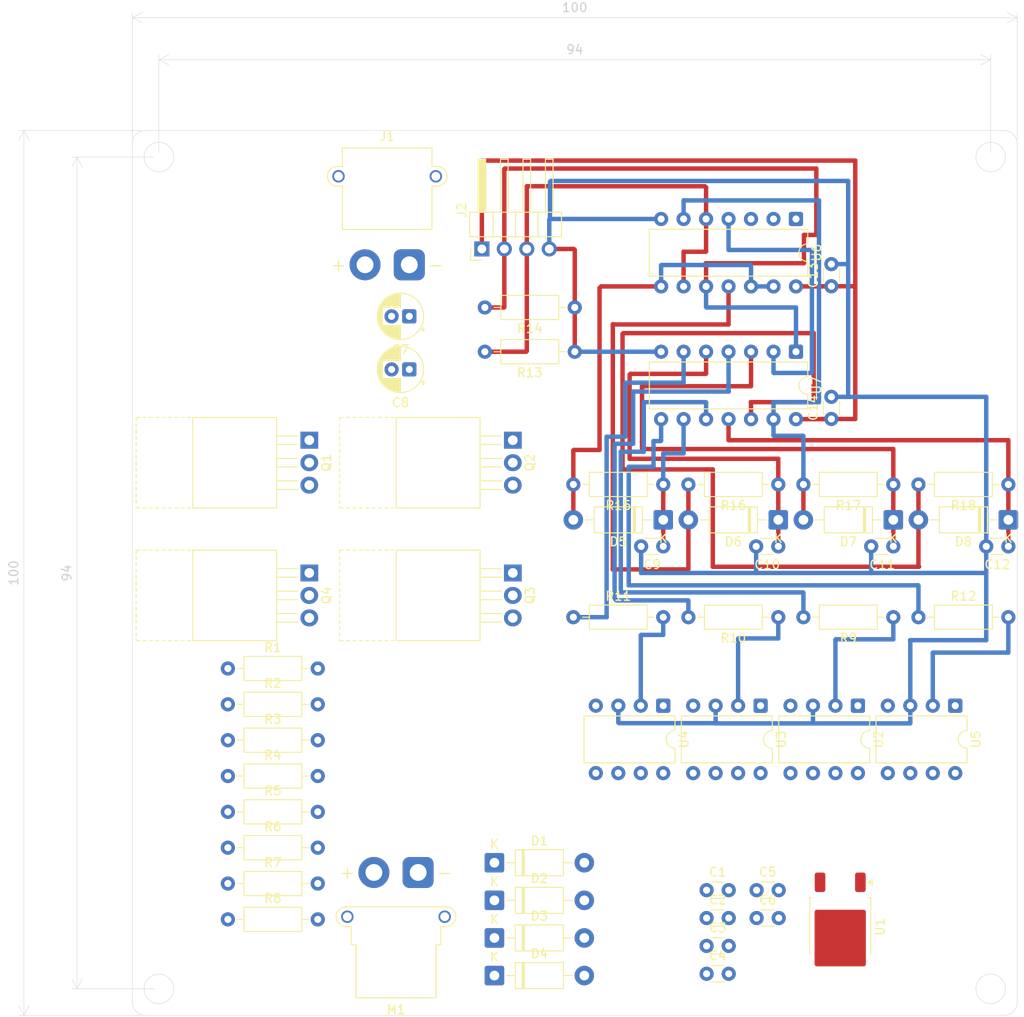
<source format=kicad_pcb>
(kicad_pcb (version 20241229) (generator "pcbnew") (generator_version "9.0")
  (layers (0 "F.Cu" signal) (2 "B.Cu" signal) (13 "F.Paste" user) (15 "B.Paste" user) (5 "F.SilkS" user "F.Silkscreen") (7 "B.SilkS" user "B.Silkscreen") (1 "F.Mask" user) (3 "B.Mask" user) (25 "Edge.Cuts" user))
  (net 0 "")
  (net 1 "+BATT")
  (net 2 "GNDPWR")
  (net 3 "+12V")
  (net 4 "Net-(D1-K)")
  (net 5 "Net-(M1-+)")
  (net 6 "Net-(M1--)")
  (net 7 "Net-(D2-K)")
  (net 8 "Net-(D3-K)")
  (net 9 "Net-(D4-K)")
  (net 10 "GND")
  (net 11 "Net-(D5-K)")
  (net 12 "Net-(D6-K)")
  (net 13 "Net-(D7-K)")
  (net 14 "Net-(D8-K)")
  (net 15 "+3.3V")
  (net 16 "Net-(D5-A)")
  (net 17 "Net-(D6-A)")
  (net 18 "Net-(D7-A)")
  (net 19 "Net-(D8-A)")
  (net 20 "DIR")
  (net 21 "PWM")
  (net 22 "Net-(Q1-G)")
  (net 23 "Net-(Q2-G)")
  (net 24 "Net-(Q3-G)")
  (net 25 "Net-(Q4-G)")
  (net 26 "Net-(R5-Pad2)")
  (net 27 "Net-(R6-Pad2)")
  (net 28 "Net-(R7-Pad1)")
  (net 29 "Net-(R8-Pad1)")
  (net 30 "Net-(U2-A)")
  (net 31 "input1")
  (net 32 "input2")
  (net 33 "Net-(U3-A)")
  (net 34 "input3")
  (net 35 "Net-(U4-A)")
  (net 36 "input4")
  (net 37 "Net-(U5-A)")
  (net 48 "Net-(U6-Pad4)")
  (footprint "Diode_THT:D_DO-41_SOD81_P10.16mm_Horizontal" (layer "F.Cu") (at 90.92 145.5)
    (property "Reference" "D4")
    (property "Value" "1N4007")
  )
  (footprint "Capacitor_THT:C_Disc_D3.0mm_W1.6mm_P2.50mm" (layer "F.Cu") (at 114.9 139)
    (property "Reference" "C2")
    (property "Value" "C")
  )
  (footprint "Package_TO_SOT_SMD:TO-252-2" (layer "F.Cu") (at 130 140 -90)
    (property "Reference" "U1")
    (property "Value" "LM7805_TO220")
  )
  (footprint "Capacitor_THT:C_Disc_D3.0mm_W1.6mm_P2.50mm" (layer "F.Cu") (at 114.9 142.15)
    (property "Reference" "C3")
    (property "Value" "0.1μF")
  )
  (footprint "Package_DIP:DIP-8_W7.62mm" (layer "F.Cu") (at 132 115 -90)
    (property "Reference" "U2")
    (property "Value" "TLP250")
  )
  (footprint "Diode_THT:D_DO-41_SOD81_P10.16mm_Horizontal" (layer "F.Cu") (at 90.92 141.25)
    (property "Reference" "D3")
    (property "Value" "1N4007")
  )
  (footprint "Connector_PinHeader_2.54mm:PinHeader_1x04_P2.54mm_Horizontal" (layer "F.Cu") (at 89.5 63.385 90)
    (property "Reference" "J2")
    (property "Value" "control_input")
  )
  (footprint "Capacitor_THT:C_Disc_D3.0mm_W1.6mm_P2.50mm" (layer "F.Cu") (at 114.9 135.85)
    (property "Reference" "C1")
    (property "Value" "C")
  )
  (footprint "Capacitor_THT:C_Disc_D3.0mm_W1.6mm_P2.50mm" (layer "F.Cu") (at 129 82.6 90)
    (property "Reference" "C14")
    (property "Value" "0.1μF")
  )
  (footprint "Resistor_THT:R_Axial_DIN0207_L6.3mm_D2.5mm_P10.16mm_Horizontal" (layer "F.Cu") (at 136 90 180)
    (property "Reference" "R17")
    (property "Value" "R_Delay")
  )
  (footprint "Diode_THT:D_DO-41_SOD81_P10.16mm_Horizontal" (layer "F.Cu") (at 136 94 180)
    (property "Reference" "D7")
    (property "Value" "1N4007")
  )
  (footprint "Capacitor_THT:C_Disc_D3.0mm_W1.6mm_P2.50mm" (layer "F.Cu") (at 120.55 139)
    (property "Reference" "C6")
    (property "Value" "0.1μF")
  )
  (footprint "Capacitor_THT:CP_Radial_D5.0mm_P2.00mm" (layer "F.Cu") (at 81.3 71 180)
    (property "Reference" "C7")
    (property "Value" "470μF")
  )
  (footprint "Resistor_THT:R_Axial_DIN0207_L6.3mm_D2.5mm_P10.16mm_Horizontal" (layer "F.Cu") (at 123 90 180)
    (property "Reference" "R16")
    (property "Value" "R_Delay")
  )
  (footprint "Capacitor_THT:C_Disc_D3.0mm_W1.6mm_P2.50mm" (layer "F.Cu") (at 149 97 180)
    (property "Reference" "C12")
    (property "Value" "C_Delay")
  )
  (footprint "Capacitor_THT:C_Disc_D3.0mm_W1.6mm_P2.50mm" (layer "F.Cu") (at 110 97 180)
    (property "Reference" "C9")
    (property "Value" "C_Delay")
  )
  (footprint "Capacitor_THT:CP_Radial_D5.0mm_P2.00mm" (layer "F.Cu") (at 81.3 77 180)
    (property "Reference" "C8")
    (property "Value" "470μF")
  )
  (footprint "Package_TO_SOT_THT:TO-220-3_Horizontal_TabUp" (layer "F.Cu") (at 93 85 -90)
    (property "Reference" "Q2")
    (property "Value" "NMOS")
  )
  (footprint "Package_DIP:DIP-8_W7.62mm" (layer "F.Cu") (at 121 115 -90)
    (property "Reference" "U3")
    (property "Value" "TLP250")
  )
  (footprint "Resistor_THT:R_Axial_DIN0207_L6.3mm_D2.5mm_P10.16mm_Horizontal" (layer "F.Cu") (at 60.8 131.05)
    (property "Reference" "R6")
    (property "Value" "R_Gate")
  )
  (footprint "Capacitor_THT:C_Disc_D3.0mm_W1.6mm_P2.50mm" (layer "F.Cu") (at 114.9 145.3)
    (property "Reference" "C4")
    (property "Value" "0.1μF")
  )
  (footprint "Capacitor_THT:C_Disc_D3.0mm_W1.6mm_P2.50mm" (layer "F.Cu") (at 136 97 180)
    (property "Reference" "C11")
    (property "Value" "C_Delay")
  )
  (footprint "Package_TO_SOT_THT:TO-220-3_Horizontal_TabUp" (layer "F.Cu") (at 93 100 -90)
    (property "Reference" "Q3")
    (property "Value" "NMOS")
  )
  (footprint "Resistor_THT:R_Axial_DIN0207_L6.3mm_D2.5mm_P10.16mm_Horizontal" (layer "F.Cu") (at 60.8 114.85)
    (property "Reference" "R2")
    (property "Value" "R_PullDown")
  )
  (footprint "Diode_THT:D_DO-41_SOD81_P10.16mm_Horizontal" (layer "F.Cu") (at 110 94 180)
    (property "Reference" "D5")
    (property "Value" "1N4007")
  )
  (footprint "Resistor_THT:R_Axial_DIN0207_L6.3mm_D2.5mm_P10.16mm_Horizontal" (layer "F.Cu") (at 60.8 135.1)
    (property "Reference" "R7")
    (property "Value" "R_Gate")
  )
  (footprint "Resistor_THT:R_Axial_DIN0207_L6.3mm_D2.5mm_P10.16mm_Horizontal" (layer "F.Cu") (at 60.8 127)
    (property "Reference" "R5")
    (property "Value" "R_Gate")
  )
  (footprint "Resistor_THT:R_Axial_DIN0207_L6.3mm_D2.5mm_P10.16mm_Horizontal" (layer "F.Cu") (at 123 105 180)
    (property "Reference" "R10")
    (property "Value" "R_tlp")
  )
  (footprint "Package_TO_SOT_THT:TO-220-3_Horizontal_TabUp" (layer "F.Cu") (at 70 100 -90)
    (property "Reference" "Q4")
    (property "Value" "NMOS")
  )
  (footprint "Resistor_THT:R_Axial_DIN0207_L6.3mm_D2.5mm_P10.16mm_Horizontal" (layer "F.Cu") (at 99.84 105)
    (property "Reference" "R11")
    (property "Value" "R_tlp")
  )
  (footprint "Package_TO_SOT_THT:TO-220-3_Horizontal_TabUp" (layer "F.Cu") (at 70 85 -90)
    (property "Reference" "Q1")
    (property "Value" "NMOS")
  )
  (footprint "Package_DIP:DIP-8_W7.62mm" (layer "F.Cu") (at 110 115 -90)
    (property "Reference" "U4")
    (property "Value" "TLP250")
  )
  (footprint "Resistor_THT:R_Axial_DIN0207_L6.3mm_D2.5mm_P10.16mm_Horizontal" (layer "F.Cu") (at 100 70 180)
    (property "Reference" "R14")
    (property "Value" "R_PullDown")
  )
  (footprint "Resistor_THT:R_Axial_DIN0207_L6.3mm_D2.5mm_P10.16mm_Horizontal" (layer "F.Cu") (at 60.8 118.9)
    (property "Reference" "R3")
    (property "Value" "R_PullDown")
  )
  (footprint "Capacitor_THT:C_Disc_D3.0mm_W1.6mm_P2.50mm" (layer "F.Cu") (at 120.55 135.85)
    (property "Reference" "C5")
    (property "Value" "0.1μF")
  )
  (footprint "Diode_THT:D_DO-41_SOD81_P10.16mm_Horizontal" (layer "F.Cu") (at 149 94 180)
    (property "Reference" "D8")
    (property "Value" "1N4007")
  )
  (footprint "Resistor_THT:R_Axial_DIN0207_L6.3mm_D2.5mm_P10.16mm_Horizontal" (layer "F.Cu") (at 60.8 110.8)
    (property "Reference" "R1")
    (property "Value" "R_PullDown")
  )
  (footprint "Diode_THT:D_DO-41_SOD81_P10.16mm_Horizontal" (layer "F.Cu") (at 90.92 137)
    (property "Reference" "D2")
    (property "Value" "1N4007")
  )
  (footprint "Connector_AMASS:AMASS_XT30PW-M_1x02_P2.50mm_Horizontal" (layer "F.Cu") (at 81.3 65.175)
    (property "Reference" "J1")
    (property "Value" "Batt")
  )
  (footprint "Resistor_THT:R_Axial_DIN0207_L6.3mm_D2.5mm_P10.16mm_Horizontal" (layer "F.Cu") (at 138.84 105)
    (property "Reference" "R12")
    (property "Value" "R_tlp")
  )
  (footprint "Package_DIP:DIP-14_W7.62mm" (layer "F.Cu") (at 125 60 -90)
    (property "Reference" "U6")
    (property "Value" "74HC00")
  )
  (footprint "Diode_THT:D_DO-41_SOD81_P10.16mm_Horizontal" (layer "F.Cu") (at 123 94 180)
    (property "Reference" "D6")
    (property "Value" "1N4007")
  )
  (footprint "Resistor_THT:R_Axial_DIN0207_L6.3mm_D2.5mm_P10.16mm_Horizontal" (layer "F.Cu") (at 100 75 180)
    (property "Reference" "R13")
    (property "Value" "R_PullDown")
  )
  (footprint "Resistor_THT:R_Axial_DIN0207_L6.3mm_D2.5mm_P10.16mm_Horizontal" (layer "F.Cu") (at 110 90 180)
    (property "Reference" "R15")
    (property "Value" "R_Delay")
  )
  (footprint "Resistor_THT:R_Axial_DIN0207_L6.3mm_D2.5mm_P10.16mm_Horizontal" (layer "F.Cu") (at 60.8 139.15)
    (property "Reference" "R8")
    (property "Value" "R_Gate")
  )
  (footprint "Package_DIP:DIP-14_W7.62mm" (layer "F.Cu") (at 125 75 -90)
    (property "Reference" "U7")
    (property "Value" "74HC14")
  )
  (footprint "Resistor_THT:R_Axial_DIN0207_L6.3mm_D2.5mm_P10.16mm_Horizontal" (layer "F.Cu") (at 136 105 180)
    (property "Reference" "R9")
    (property "Value" "R_tlp")
  )
  (footprint "Capacitor_THT:C_Disc_D3.0mm_W1.6mm_P2.50mm" (layer "F.Cu") (at 123 97 180)
    (property "Reference" "C10")
    (property "Value" "C_Delay")
  )
  (footprint "Resistor_THT:R_Axial_DIN0207_L6.3mm_D2.5mm_P10.16mm_Horizontal" (layer "F.Cu") (at 60.8 122.95)
    (property "Reference" "R4")
    (property "Value" "R_PullDown")
  )
  (footprint "Capacitor_THT:C_Disc_D3.0mm_W1.6mm_P2.50mm" (layer "F.Cu") (at 129 67.6 90)
    (property "Reference" "C13")
    (property "Value" "0.1μF")
  )
  (footprint "Package_DIP:DIP-8_W7.62mm" (layer "F.Cu") (at 143 115 -90)
    (property "Reference" "U5")
    (property "Value" "TLP250")
  )
  (footprint "Connector_AMASS:AMASS_XT30PW-F_1x02_P2.50mm_Horizontal" (layer "F.Cu") (at 82.3 133.85 180)
    (property "Reference" "M1")
    (property "Value" "Motor_DC")
  )
  (footprint "Resistor_THT:R_Axial_DIN0207_L6.3mm_D2.5mm_P10.16mm_Horizontal" (layer "F.Cu") (at 149 90 180)
    (property "Reference" "R18")
    (property "Value" "R_Delay")
  )
  (footprint "Diode_THT:D_DO-41_SOD81_P10.16mm_Horizontal" (layer "F.Cu") (at 90.92 132.75)
    (property "Reference" "D1")
    (property "Value" "1N4007")
  )
  (gr_line (start 50 51.5) (end 50 148.5) (stroke (width 0.05)) (layer "Edge.Cuts"))
  (gr_circle (center 147 53) (end 148.67 53) (stroke (width 0.05)) (fill no) (layer "Edge.Cuts"))
  (gr_circle (center 53 147) (end 54.67 147) (stroke (width 0.05)) (fill no) (layer "Edge.Cuts"))
  (gr_arc (start 148.5 50) (mid 149.56066 50.43934) (end 150 51.5) (stroke (width 0.05)) (layer "Edge.Cuts"))
  (gr_arc (start 51.5 150) (mid 50.43934 149.56066) (end 50 148.5) (stroke (width 0.05)) (layer "Edge.Cuts"))
  (gr_line (start 51.5 150) (end 148.5 150) (stroke (width 0.05)) (layer "Edge.Cuts"))
  (gr_arc (start 150 148.5) (mid 149.56066 149.56066) (end 148.5 150) (stroke (width 0.05)) (layer "Edge.Cuts"))
  (gr_circle (center 147 147) (end 148.67 147) (stroke (width 0.05)) (fill no) (layer "Edge.Cuts"))
  (gr_line (start 51.5 50) (end 148.5 50) (stroke (width 0.05)) (layer "Edge.Cuts"))
  (gr_line (start 150 148.5) (end 150 51.5) (stroke (width 0.05)) (layer "Edge.Cuts"))
  (gr_circle (center 53 53) (end 54.67 53) (stroke (width 0.05)) (fill no) (layer "Edge.Cuts"))
  (gr_arc (start 50 51.5) (mid 50.43934 50.43934) (end 51.5 50) (stroke (width 0.05)) (layer "Edge.Cuts"))
  (dimension (type orthogonal) (layer "Edge.Cuts") (pts (xy 53 53) (xy 147 53)) (height -11) (orientation 0) (format (prefix "") (suffix "") (units 3) (units_format 0) (precision 4) (suppress_zeroes yes)) (style (thickness 0.05) (arrow_length 1.27) (text_position_mode 0) (arrow_direction outward) (extension_height 0.58642) (extension_offset 0.5) (keep_text_aligned yes)) (gr_text "94" (at 100 40.85 0) (layer "Edge.Cuts") (effects (font (size 1 1) (thickness 0.15)))))
  (dimension (type orthogonal) (layer "Edge.Cuts") (pts (xy 51.5 150) (xy 51.5 50)) (height -13.75) (orientation 1) (format (prefix "") (suffix "") (units 3) (units_format 0) (precision 4) (suppress_zeroes yes)) (style (thickness 0.05) (arrow_length 1.27) (text_position_mode 0) (arrow_direction outward) (extension_height 0.58642) (extension_offset 0.5) (keep_text_aligned yes)) (gr_text "100" (at 36.6 100 90) (layer "Edge.Cuts") (effects (font (size 1 1) (thickness 0.15)))))
  (dimension (type orthogonal) (layer "Edge.Cuts") (pts (xy 53 53) (xy 53 147)) (height -9.25) (orientation 1) (format (prefix "") (suffix "") (units 3) (units_format 0) (precision 4) (suppress_zeroes yes)) (style (thickness 0.05) (arrow_length 1.27) (text_position_mode 0) (arrow_direction outward) (extension_height 0.58642) (extension_offset 0.5) (keep_text_aligned yes)) (gr_text "94" (at 42.6 100 90) (layer "Edge.Cuts") (effects (font (size 1 1) (thickness 0.15)))))
  (dimension (type orthogonal) (layer "Edge.Cuts") (pts (xy 150 51.5) (xy 50 51.5)) (height -14.25) (orientation 0) (format (prefix "") (suffix "") (units 3) (units_format 0) (precision 4) (suppress_zeroes yes)) (style (thickness 0.05) (arrow_length 1.27) (text_position_mode 0) (arrow_direction outward) (extension_height 0.58642) (extension_offset 0.5) (keep_text_aligned yes)) (gr_text "100" (at 100 36.1 0) (layer "Edge.Cuts") (effects (font (size 1 1) (thickness 0.15)))))
  (segment (start 100 63.5) (end 100 70) (width 0.5) (layer "F.Cu") (net 10))
  (segment (start 97.12 63.385) (end 99.885 63.385) (width 0.5) (layer "F.Cu") (net 10))
  (segment (start 99.885 63.385) (end 100 63.5) (width 0.5) (layer "F.Cu") (net 10))
  (segment (start 100 70) (end 100 75) (width 0.5) (layer "F.Cu") (net 10))
  (segment (start 133.5 97) (end 133.5 100) (width 0.5) (layer "B.Cu") (net 10))
  (segment (start 129 65.1) (end 130.9 65.1) (width 0.5) (layer "B.Cu") (net 10))
  (segment (start 130.9 55.7) (end 130.9 65.1) (width 0.5) (layer "B.Cu") (net 10))
  (segment (start 120.5 100) (end 133.5 100) (width 0.5) (layer "B.Cu") (net 10))
  (segment (start 133.5 100) (end 146.5 100) (width 0.5) (layer "B.Cu") (net 10))
  (segment (start 115.92 116.98) (end 105.02 116.98) (width 0.5) (layer "B.Cu") (net 10))
  (segment (start 97.12 63.385) (end 97.12 60.08) (width 0.5) (layer "B.Cu") (net 10))
  (segment (start 120.5 100) (end 107.5 100) (width 0.5) (layer "B.Cu") (net 10))
  (segment (start 137.9 107.6) (end 146.5 107.6) (width 0.5) (layer "B.Cu") (net 10))
  (segment (start 97.2 55.8) (end 97.3 55.7) (width 0.5) (layer "B.Cu") (net 10))
  (segment (start 97.2 60) (end 109.76 60) (width 0.5) (layer "B.Cu") (net 10))
  (segment (start 126.92 116.92) (end 127 117) (width 0.5) (layer "B.Cu") (net 10))
  (segment (start 146.5 107.6) (end 146.5 100) (width 0.5) (layer "B.Cu") (net 10))
  (segment (start 137.92 107.62) (end 137.9 107.6) (width 0.5) (layer "B.Cu") (net 10))
  (segment (start 115.92 115) (end 115.92 116.98) (width 0.5) (layer "B.Cu") (net 10))
  (segment (start 146.5 100) (end 146.5 97) (width 0.5) (layer "B.Cu") (net 10))
  (segment (start 130.9 80.1) (end 146.5 80.1) (width 0.5) (layer "B.Cu") (net 10))
  (segment (start 127 117) (end 137.9 117) (width 0.5) (layer "B.Cu") (net 10))
  (segment (start 126.92 115) (end 126.92 116.92) (width 0.5) (layer "B.Cu") (net 10))
  (segment (start 129 80.1) (end 130.9 80.1) (width 0.5) (layer "B.Cu") (net 10))
  (segment (start 115.9 117) (end 127 117) (width 0.5) (layer "B.Cu") (net 10))
  (segment (start 97.3 55.7) (end 130.9 55.7) (width 0.5) (layer "B.Cu") (net 10))
  (segment (start 137.92 115) (end 137.92 116.98) (width 0.5) (layer "B.Cu") (net 10))
  (segment (start 115.92 116.98) (end 115.9 117) (width 0.5) (layer "B.Cu") (net 10))
  (segment (start 104.92 116.92) (end 104.92 115) (width 0.5) (layer "B.Cu") (net 10))
  (segment (start 107.5 100) (end 107.5 97) (width 0.5) (layer "B.Cu") (net 10))
  (segment (start 97.2 60) (end 97.2 55.8) (width 0.5) (layer "B.Cu") (net 10))
  (segment (start 130.9 65.1) (end 130.9 80.1) (width 0.5) (layer "B.Cu") (net 10))
  (segment (start 100 75) (end 109.76 75) (width 0.5) (layer "B.Cu") (net 10))
  (segment (start 97.12 60.08) (end 97.2 60) (width 0.5) (layer "B.Cu") (net 10))
  (segment (start 120.5 97) (end 120.5 100) (width 0.5) (layer "B.Cu") (net 10))
  (segment (start 137.92 115) (end 137.92 107.62) (width 0.5) (layer "B.Cu") (net 10))
  (segment (start 146.5 80.1) (end 146.5 97) (width 0.5) (layer "B.Cu") (net 10))
  (segment (start 137.92 116.98) (end 137.9 117) (width 0.5) (layer "B.Cu") (net 10))
  (segment (start 110 90) (end 110 94) (width 0.5) (layer "F.Cu") (net 11))
  (segment (start 110 94) (end 110 97) (width 0.5) (layer "F.Cu") (net 11))
  (segment (start 110 86.5) (end 112.3 86.5) (width 0.5) (layer "B.Cu") (net 11))
  (segment (start 112.3 86.5) (end 112.3 82.62) (width 0.5) (layer "B.Cu") (net 11))
  (segment (start 110 90) (end 110 86.5) (width 0.5) (layer "B.Cu") (net 11))
  (segment (start 123 87.1) (end 106.2 87.1) (width 0.5) (layer "F.Cu") (net 12))
  (segment (start 123 94) (end 123 97) (width 0.5) (layer "F.Cu") (net 12))
  (segment (start 114.8 77.5) (end 114.84 77.46) (width 0.5) (layer "F.Cu") (net 12))
  (segment (start 106.2 87.1) (end 106.2 77.6) (width 0.5) (layer "F.Cu") (net 12))
  (segment (start 123 90) (end 123 87.1) (width 0.5) (layer "F.Cu") (net 12))
  (segment (start 106.2 77.6) (end 106.3 77.5) (width 0.5) (layer "F.Cu") (net 12))
  (segment (start 123 90) (end 123 94) (width 0.5) (layer "F.Cu") (net 12))
  (segment (start 106.3 77.5) (end 114.8 77.5) (width 0.5) (layer "F.Cu") (net 12))
  (segment (start 114.84 77.46) (end 114.84 75) (width 0.5) (layer "F.Cu") (net 12))
  (segment (start 119.92 78.88) (end 119.92 75) (width 0.5) (layer "F.Cu") (net 13))
  (segment (start 136 90) (end 136 86) (width 0.5) (layer "F.Cu") (net 13))
  (segment (start 107.7 86) (end 107.6 85.9) (width 0.5) (layer "F.Cu") (net 13))
  (segment (start 107.6 78.9) (end 119.9 78.9) (width 0.5) (layer "F.Cu") (net 13))
  (segment (start 136 94) (end 136 97) (width 0.5) (layer "F.Cu") (net 13))
  (segment (start 119.9 78.9) (end 119.92 78.88) (width 0.5) (layer "F.Cu") (net 13))
  (segment (start 136 90) (end 136 94) (width 0.5) (layer "F.Cu") (net 13))
  (segment (start 136 86) (end 107.7 86) (width 0.5) (layer "F.Cu") (net 13))
  (segment (start 107.6 85.9) (end 107.6 78.9) (width 0.5) (layer "F.Cu") (net 13))
  (segment (start 149 94) (end 149 97) (width 0.5) (layer "F.Cu") (net 14))
  (segment (start 117.38 84.98) (end 117.38 82.62) (width 0.5) (layer "F.Cu") (net 14))
  (segment (start 149 90) (end 149 85) (width 0.5) (layer "F.Cu") (net 14))
  (segment (start 149 85) (end 117.4 85) (width 0.5) (layer "F.Cu") (net 14))
  (segment (start 117.4 85) (end 117.38 84.98) (width 0.5) (layer "F.Cu") (net 14))
  (segment (start 149 90) (end 149 94) (width 0.5) (layer "F.Cu") (net 14))
  (segment (start 131.7 67.6) (end 131.7 82.6) (width 0.5) (layer "F.Cu") (net 15))
  (segment (start 89.5 63.385) (end 89.5 53.4) (width 0.5) (layer "F.Cu") (net 15))
  (segment (start 131.7 67.6) (end 128 67.6) (width 0.5) (layer "F.Cu") (net 15))
  (segment (start 131.7 82.6) (end 128 82.6) (width 0.5) (layer "F.Cu") (net 15))
  (segment (start 125 67.62) (end 127.98 67.62) (width 0.5) (layer "F.Cu") (net 15))
  (segment (start 125 82.62) (end 127.98 82.62) (width 0.5) (layer "F.Cu") (net 15))
  (segment (start 89.5 53.4) (end 131.7 53.4) (width 0.5) (layer "F.Cu") (net 15))
  (segment (start 127.98 82.62) (end 128 82.6) (width 0.5) (layer "F.Cu") (net 15))
  (segment (start 131.7 53.4) (end 131.7 67.6) (width 0.5) (layer "F.Cu") (net 15))
  (segment (start 127.98 67.62) (end 128 67.6) (width 0.5) (layer "F.Cu") (net 15))
  (segment (start 102.8 86.1) (end 99.9 86.1) (width 0.5) (layer "F.Cu") (net 16))
  (segment (start 102.98 67.62) (end 102.8 67.8) (width 0.5) (layer "F.Cu") (net 16))
  (segment (start 102.8 67.8) (end 102.8 86.1) (width 0.5) (layer "F.Cu") (net 16))
  (segment (start 99.84 86.16) (end 99.84 90) (width 0.5) (layer "F.Cu") (net 16))
  (segment (start 99.84 90) (end 99.84 94) (width 0.5) (layer "F.Cu") (net 16))
  (segment (start 99.9 86.1) (end 99.84 86.16) (width 0.5) (layer "F.Cu") (net 16))
  (segment (start 109.76 67.62) (end 102.98 67.62) (width 0.5) (layer "F.Cu") (net 16))
  (segment (start 119.92 67.62) (end 122.46 67.62) (width 0.5) (layer "B.Cu") (net 16))
  (segment (start 109.76 65.24) (end 109.76 67.62) (width 0.5) (layer "B.Cu") (net 16))
  (segment (start 119.92 65.22) (end 119.9 65.2) (width 0.5) (layer "B.Cu") (net 16))
  (segment (start 119.9 65.2) (end 109.8 65.2) (width 0.5) (layer "B.Cu") (net 16))
  (segment (start 119.92 67.62) (end 119.92 65.22) (width 0.5) (layer "B.Cu") (net 16))
  (segment (start 109.8 65.2) (end 109.76 65.24) (width 0.5) (layer "B.Cu") (net 16))
  (segment (start 117.38 71.92) (end 104.32 71.92) (width 0.5) (layer "F.Cu") (net 17))
  (segment (start 104.3 71.9) (end 104.3 99.6) (width 0.5) (layer "F.Cu") (net 17))
  (segment (start 112.84 90) (end 112.84 94) (width 0.5) (layer "F.Cu") (net 17))
  (segment (start 104.3 99.6) (end 112.8 99.6) (width 0.5) (layer "F.Cu") (net 17))
  (segment (start 112.8 99.6) (end 112.84 99.56) (width 0.5) (layer "F.Cu") (net 17))
  (segment (start 112.84 99.56) (end 112.84 94) (width 0.5) (layer "F.Cu") (net 17))
  (segment (start 117.38 71.92) (end 117.38 67.62) (width 0.5) (layer "F.Cu") (net 17))
  (segment (start 104.32 71.92) (end 104.3 71.9) (width 0.5) (layer "F.Cu") (net 17))
  (segment (start 125.84 90) (end 125.84 94) (width 0.5) (layer "F.Cu") (net 18))
  (segment (start 112.3 57.9) (end 127.6 57.9) (width 0.5) (layer "B.Cu") (net 18))
  (segment (start 112.3 60) (end 112.3 57.9) (width 0.5) (layer "B.Cu") (net 18))
  (segment (start 122.46 84.46) (end 122.46 82.62) (width 0.5) (layer "B.Cu") (net 18))
  (segment (start 127.6 80.7) (end 122.5 80.7) (width 0.5) (layer "B.Cu") (net 18))
  (segment (start 122.5 80.7) (end 122.46 80.74) (width 0.5) (layer "B.Cu") (net 18))
  (segment (start 125.8 84.5) (end 122.5 84.5) (width 0.5) (layer "B.Cu") (net 18))
  (segment (start 122.5 84.5) (end 122.46 84.46) (width 0.5) (layer "B.Cu") (net 18))
  (segment (start 125.84 90) (end 125.84 84.54) (width 0.5) (layer "B.Cu") (net 18))
  (segment (start 125.84 84.54) (end 125.8 84.5) (width 0.5) (layer "B.Cu") (net 18))
  (segment (start 122.46 80.74) (end 122.46 82.62) (width 0.5) (layer "B.Cu") (net 18))
  (segment (start 127.6 57.9) (end 127.6 80.7) (width 0.5) (layer "B.Cu") (net 18))
  (segment (start 138.84 99.24) (end 138.9 99.3) (width 0.5) (layer "F.Cu") (net 19))
  (segment (start 127 80.6) (end 126.9 80.7) (width 0.5) (layer "F.Cu") (net 19))
  (segment (start 105.4 73) (end 105.5 72.9) (width 0.5) (layer "F.Cu") (net 19))
  (segment (start 126.9 80.7) (end 119.9 80.7) (width 0.5) (layer "F.Cu") (net 19))
  (segment (start 115.6 99.3) (end 115.6 88.3) (width 0.5) (layer "F.Cu") (net 19))
  (segment (start 119.92 80.72) (end 119.92 82.62) (width 0.5) (layer "F.Cu") (net 19))
  (segment (start 127 72.9) (end 127 80.6) (width 0.5) (layer "F.Cu") (net 19))
  (segment (start 105.4 88.3) (end 105.4 73) (width 0.5) (layer "F.Cu") (net 19))
  (segment (start 119.9 80.7) (end 119.92 80.72) (width 0.5) (layer "F.Cu") (net 19))
  (segment (start 138.84 94) (end 138.84 99.24) (width 0.5) (layer "F.Cu") (net 19))
  (segment (start 138.9 99.3) (end 115.6 99.3) (width 0.5) (layer "F.Cu") (net 19))
  (segment (start 105.5 72.9) (end 127 72.9) (width 0.5) (layer "F.Cu") (net 19))
  (segment (start 115.6 88.3) (end 105.4 88.3) (width 0.5) (layer "F.Cu") (net 19))
  (segment (start 138.84 90) (end 138.84 94) (width 0.5) (layer "F.Cu") (net 19))
  (segment (start 92.04 63.385) (end 92.04 69.96) (width 0.5) (layer "F.Cu") (net 20))
  (segment (start 125.9 65) (end 125.9 61.8) (width 0.5) (layer "F.Cu") (net 20))
  (segment (start 127.3 61.8) (end 127.3 54.3) (width 0.5) (layer "F.Cu") (net 20))
  (segment (start 92 70) (end 89.84 70) (width 0.5) (layer "F.Cu") (net 20))
  (segment (start 92.04 69.96) (end 92 70) (width 0.5) (layer "F.Cu") (net 20))
  (segment (start 92.04 54.36) (end 92.04 63.385) (width 0.5) (layer "F.Cu") (net 20))
  (segment (start 125.9 61.8) (end 127.3 61.8) (width 0.5) (layer "F.Cu") (net 20))
  (segment (start 92.1 54.3) (end 92.04 54.36) (width 0.5) (layer "F.Cu") (net 20))
  (segment (start 114.84 67.62) (end 114.84 65.04) (width 0.5) (layer "F.Cu") (net 20))
  (segment (start 127.3 54.3) (end 92.1 54.3) (width 0.5) (layer "F.Cu") (net 20))
  (segment (start 114.8 65) (end 125.9 65) (width 0.5) (layer "F.Cu") (net 20))
  (segment (start 114.84 65.04) (end 114.8 65) (width 0.5) (layer "F.Cu") (net 20))
  (segment (start 114.84 69.94) (end 114.84 67.62) (width 0.5) (layer "B.Cu") (net 20))
  (segment (start 125 70) (end 114.9 70) (width 0.5) (layer "B.Cu") (net 20))
  (segment (start 125 75) (end 125 70) (width 0.5) (layer "B.Cu") (net 20))
  (segment (start 114.9 70) (end 114.84 69.94) (width 0.5) (layer "B.Cu") (net 20))
  (segment (start 94.58 63.385) (end 94.58 56.32) (width 0.5) (layer "F.Cu") (net 21))
  (segment (start 94.58 74.92) (end 94.5 75) (width 0.5) (layer "F.Cu") (net 21))
  (segment (start 94.58 56.32) (end 94.6 56.3) (width 0.5) (layer "F.Cu") (net 21))
  (segment (start 94.6 56.3) (end 114.7 56.3) (width 0.5) (layer "F.Cu") (net 21))
  (segment (start 112.3 67.62) (end 112.3 63.7) (width 0.5) (layer "F.Cu") (net 21))
  (segment (start 114.84 63.66) (end 114.84 60) (width 0.5) (layer "F.Cu") (net 21))
  (segment (start 94.58 63.385) (end 94.58 74.92) (width 0.5) (layer "F.Cu") (net 21))
  (segment (start 114.84 60) (end 114.84 56.44) (width 0.5) (layer "F.Cu") (net 21))
  (segment (start 114.8 63.7) (end 114.84 63.66) (width 0.5) (layer "F.Cu") (net 21))
  (segment (start 112.3 63.7) (end 114.8 63.7) (width 0.5) (layer "F.Cu") (net 21))
  (segment (start 94.5 75) (end 89.84 75) (width 0.5) (layer "F.Cu") (net 21))
  (segment (start 114.84 56.44) (end 114.7 56.3) (width 0.5) (layer "F.Cu") (net 21))
  (segment (start 129.46 115) (end 129.46 107.54) (width 0.5) (layer "B.Cu") (net 30))
  (segment (start 136 107.5) (end 136 105) (width 0.5) (layer "B.Cu") (net 30))
  (segment (start 129.46 107.54) (end 129.5 107.5) (width 0.5) (layer "B.Cu") (net 30))
  (segment (start 129.5 107.5) (end 136 107.5) (width 0.5) (layer "B.Cu") (net 30))
  (segment (start 114.8 80.7) (end 107.8 80.7) (width 0.5) (layer "B.Cu") (net 31))
  (segment (start 125.8 102.2) (end 105.2 102.2) (width 0.5) (layer "B.Cu") (net 31))
  (segment (start 125.84 105) (end 125.84 102.24) (width 0.5) (layer "B.Cu") (net 31))
  (segment (start 105.2 86.3) (end 105.2 102.2) (width 0.5) (layer "B.Cu") (net 31))
  (segment (start 105.9 86.3) (end 105.2 86.3) (width 0.5) (layer "B.Cu") (net 31))
  (segment (start 107.8 86.3) (end 105.9 86.3) (width 0.5) (layer "B.Cu") (net 31))
  (segment (start 125.84 102.24) (end 125.8 102.2) (width 0.5) (layer "B.Cu") (net 31))
  (segment (start 114.84 82.62) (end 114.84 80.74) (width 0.5) (layer "B.Cu") (net 31))
  (segment (start 114.84 80.74) (end 114.8 80.7) (width 0.5) (layer "B.Cu") (net 31))
  (segment (start 107.8 80.7) (end 107.8 86.3) (width 0.5) (layer "B.Cu") (net 31))
  (segment (start 104.7 103.1) (end 104.5 102.9) (width 0.5) (layer "B.Cu") (net 32))
  (segment (start 112.8 103.1) (end 104.7 103.1) (width 0.5) (layer "B.Cu") (net 32))
  (segment (start 117.38 75) (end 117.38 79.48) (width 0.5) (layer "B.Cu") (net 32))
  (segment (start 106.6 85.4) (end 104.5 85.4) (width 0.5) (layer "B.Cu") (net 32))
  (segment (start 106.6 79.5) (end 106.6 85.4) (width 0.5) (layer "B.Cu") (net 32))
  (segment (start 117.4 79.5) (end 106.6 79.5) (width 0.5) (layer "B.Cu") (net 32))
  (segment (start 104.5 85.4) (end 104.5 102.9) (width 0.5) (layer "B.Cu") (net 32))
  (segment (start 112.84 105) (end 112.84 103.14) (width 0.5) (layer "B.Cu") (net 32))
  (segment (start 112.84 103.14) (end 112.8 103.1) (width 0.5) (layer "B.Cu") (net 32))
  (segment (start 117.38 79.48) (end 117.4 79.5) (width 0.5) (layer "B.Cu") (net 32))
  (segment (start 123 107.4) (end 123 105) (width 0.5) (layer "B.Cu") (net 33))
  (segment (start 118.46 107.44) (end 118.5 107.4) (width 0.5) (layer "B.Cu") (net 33))
  (segment (start 118.46 115) (end 118.46 107.44) (width 0.5) (layer "B.Cu") (net 33))
  (segment (start 118.5 107.4) (end 123 107.4) (width 0.5) (layer "B.Cu") (net 33))
  (segment (start 103.6 84.6) (end 105.7 84.6) (width 0.5) (layer "B.Cu") (net 34))
  (segment (start 112.3 78.5) (end 112.3 75) (width 0.5) (layer "B.Cu") (net 34))
  (segment (start 105.7 84.6) (end 105.7 78.5) (width 0.5) (layer "B.Cu") (net 34))
  (segment (start 99.84 105) (end 103.6 105) (width 0.5) (layer "B.Cu") (net 34))
  (segment (start 105.7 78.5) (end 112.3 78.5) (width 0.5) (layer "B.Cu") (net 34))
  (segment (start 103.6 105) (end 103.6 84.6) (width 0.5) (layer "B.Cu") (net 34))
  (segment (start 107.5 107) (end 110 107) (width 0.5) (layer "B.Cu") (net 35))
  (segment (start 107.46 115) (end 107.46 107.04) (width 0.5) (layer "B.Cu") (net 35))
  (segment (start 107.46 107.04) (end 107.5 107) (width 0.5) (layer "B.Cu") (net 35))
  (segment (start 110 107) (end 110 105) (width 0.5) (layer "B.Cu") (net 35))
  (segment (start 109.76 82.62) (end 109.76 85.04) (width 0.5) (layer "B.Cu") (net 36))
  (segment (start 108.9 88) (end 106.5 88) (width 0.5) (layer "B.Cu") (net 36))
  (segment (start 106.1 88) (end 106.1 101.4) (width 0.5) (layer "B.Cu") (net 36))
  (segment (start 108.9 85.1) (end 108.9 88) (width 0.5) (layer "B.Cu") (net 36))
  (segment (start 106.5 88) (end 106.1 88) (width 0.5) (layer "B.Cu") (net 36))
  (segment (start 138.84 101.44) (end 138.8 101.4) (width 0.5) (layer "B.Cu") (net 36))
  (segment (start 109.7 85.1) (end 108.9 85.1) (width 0.5) (layer "B.Cu") (net 36))
  (segment (start 138.8 101.4) (end 106.1 101.4) (width 0.5) (layer "B.Cu") (net 36))
  (segment (start 109.76 85.04) (end 109.7 85.1) (width 0.5) (layer "B.Cu") (net 36))
  (segment (start 138.84 105) (end 138.84 101.44) (width 0.5) (layer "B.Cu") (net 36))
  (segment (start 140.46 115) (end 140.46 109.04) (width 0.5) (layer "B.Cu") (net 37))
  (segment (start 140.5 109) (end 149 109) (width 0.5) (layer "B.Cu") (net 37))
  (segment (start 140.46 109.04) (end 140.5 109) (width 0.5) (layer "B.Cu") (net 37))
  (segment (start 149 109) (end 149 105) (width 0.5) (layer "B.Cu") (net 37))
  (segment (start 126.8 77.4) (end 122.5 77.4) (width 0.5) (layer "B.Cu") (net 48))
  (segment (start 126.8 63.5) (end 126.8 77.4) (width 0.5) (layer "B.Cu") (net 48))
  (segment (start 122.46 77.36) (end 122.46 75) (width 0.5) (layer "B.Cu") (net 48))
  (segment (start 117.38 60) (end 117.38 63.48) (width 0.5) (layer "B.Cu") (net 48))
  (segment (start 122.5 77.4) (end 122.46 77.36) (width 0.5) (layer "B.Cu") (net 48))
  (segment (start 117.4 63.5) (end 126.8 63.5) (width 0.5) (layer "B.Cu") (net 48))
  (segment (start 117.38 63.48) (end 117.4 63.5) (width 0.5) (layer "B.Cu") (net 48))
)
</source>
